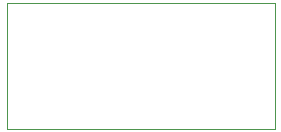
<source format=gm1>
%TF.GenerationSoftware,KiCad,Pcbnew,8.0.6*%
%TF.CreationDate,2024-11-10T15:29:00+09:00*%
%TF.ProjectId,powerups-usb-protection,706f7765-7275-4707-932d-7573622d7072,0.9.1*%
%TF.SameCoordinates,Original*%
%TF.FileFunction,Profile,NP*%
%FSLAX46Y46*%
G04 Gerber Fmt 4.6, Leading zero omitted, Abs format (unit mm)*
G04 Created by KiCad (PCBNEW 8.0.6) date 2024-11-10 15:29:00*
%MOMM*%
%LPD*%
G01*
G04 APERTURE LIST*
%TA.AperFunction,Profile*%
%ADD10C,0.050000*%
%TD*%
G04 APERTURE END LIST*
D10*
X112250000Y-90800000D02*
X134900000Y-90800000D01*
X134900000Y-101440000D01*
X112250000Y-101440000D01*
X112250000Y-90800000D01*
M02*

</source>
